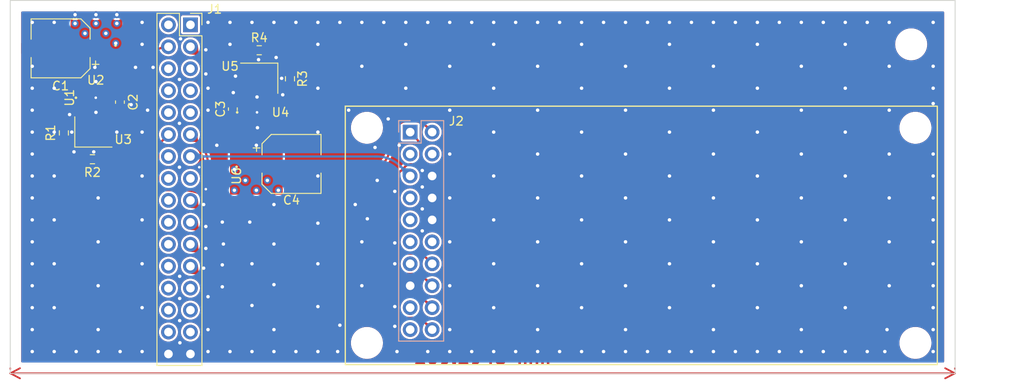
<source format=kicad_pcb>
(kicad_pcb (version 20211014) (generator pcbnew)
  (layers (0 "F.Cu" signal) (1 "In1.Cu" signal) (2 "In2.Cu" power) (31 "B.Cu" power) (34 "B.Paste" user) (35 "F.Paste" user) (36 "B.SilkS" user "B.Silkscreen") (37 "F.SilkS" user "F.Silkscreen") (38 "B.Mask" user) (39 "F.Mask" user) (44 "Edge.Cuts" user))
  (net 0 "")
  (net 1 "Net-(C1-Pad1)")
  (net 2 "GND")
  (net 3 "Net-(C2-Pad1)")
  (net 4 "Net-(C3-Pad1)")
  (net 5 "Net-(J1-Pad3)")
  (net 6 "Net-(J1-Pad4)")
  (net 13 "/MUTE")
  (net 14 "/Plug")
  (net 15 "/DATA_DSD1")
  (net 18 "/PBCK_DBCK")
  (net 19 "/F0")
  (net 20 "/LRCK_DSD2")
  (net 21 "/F1")
  (net 22 "/MCLK")
  (net 23 "/F2")
  (net 24 "/DSDON")
  (net 25 "/F3")
  (net 27 "/DSD64_128")
  (net 37 "Net-(R1-Pad1)")
  (net 38 "Net-(R1-Pad2)")
  (net 39 "Net-(R3-Pad1)")
  (net 40 "Net-(R3-Pad2)")
  (footprint "C_Feed_1608:FEED_T0Y0N_TDK" (layer "F.Cu") (at 137.7442 86.614)
    (fp_text reference "U5")
    (fp_text value "YFF18AC1H103MT0Y0N")
  )
  (footprint "MEM1608:MEM-4_2P0X1P25-M" (layer "F.Cu") (at 121.391333 81.365666 -90)
    (fp_text reference "U1")
    (fp_text value "MEM1608P50R0")
  )
  (footprint "MountingHole:MountingHole_3.2mm_M3_DIN965" (layer "F.Cu") (at 213.85 113.3)
    (fp_text reference "REF**")
    (fp_text value "MountingHole_3.2mm_M3_DIN965")
  )
  (footprint "Oscillator:Oscillator_SMD_SeikoEpson_SG210-4Pin_2.5x2.0mm_HandSoldering" (layer "F.Cu") (at 118.8305 88.88025)
    (fp_text reference "U3")
    (fp_text value "KC2520Z")
  )
  (footprint "Connector_PinSocket_2.54mm:PinSocket_2x16_P2.54mm_Vertical" (layer "F.Cu") (at 130.048 76.482)
    (fp_text reference "J1")
    (fp_text value "Conn_02x16_Odd_Even")
  )
  (footprint "MountingHole:MountingHole_3.2mm_M3_DIN965" (layer "F.Cu") (at 213.36 78.74)
    (fp_text reference "REF**")
    (fp_text value "MountingHole_3.2mm_M3_DIN965")
  )
  (footprint "Resistor_SMD:R_0603_1608Metric_Pad0.98x0.95mm_HandSolder" (layer "F.Cu") (at 141.5542 82.727668 90)
    (fp_text reference "R3")
    (fp_text value "R_Small")
  )
  (footprint "MountingHole:MountingHole_3.2mm_M3_DIN965" (layer "F.Cu") (at 213.85 88.4)
    (fp_text reference "REF**")
    (fp_text value "MountingHole_3.2mm_M3_DIN965")
  )
  (footprint "Capacitor_SMD:C_0603_1608Metric_Pad1.08x0.95mm_HandSolder" (layer "F.Cu") (at 121.899333 85.429666 -90)
    (fp_text reference "C2")
    (fp_text value "C_Small")
  )
  (footprint "Resistor_SMD:R_0603_1608Metric_Pad0.98x0.95mm_HandSolder" (layer "F.Cu") (at 137.9982 79.425668 180)
    (fp_text reference "R4")
    (fp_text value "R_Small")
  )
  (footprint "Capacitor_SMD:CP_Elec_6.3x5.9" (layer "F.Cu") (at 141.732 92.583)
    (fp_text reference "C4")
    (fp_text value "C_Polarized_Small")
  )
  (footprint "MountingHole:MountingHole_3.2mm_M3_DIN965" (layer "F.Cu") (at 150.45 88.4)
    (fp_text reference "REF**")
    (fp_text value "MountingHole_3.2mm_M3_DIN965")
  )
  (footprint "Oscillator:Oscillator_SMD_SeikoEpson_SG210-4Pin_2.5x2.0mm_HandSoldering" (layer "F.Cu") (at 137.9982 82.665667 180)
    (fp_text reference "U4")
    (fp_text value "KC2520Z")
  )
  (footprint "MEM1608:MEM-4_2P0X1P25-M" (layer "F.Cu") (at 135.382 90.424 90)
    (fp_text reference "U6")
    (fp_text value "MEM1608P50R0")
  )
  (footprint "Capacitor_SMD:C_0603_1608Metric_Pad1.08x0.95mm_HandSolder" (layer "F.Cu") (at 134.9502 86.233 90)
    (fp_text reference "C3")
    (fp_text value "C_Small")
  )
  (footprint "MountingHole:MountingHole_3.2mm_M3_DIN965" (layer "F.Cu") (at 150.45 113.3)
    (fp_text reference "REF**")
    (fp_text value "MountingHole_3.2mm_M3_DIN965")
  )
  (footprint "Resistor_SMD:R_0603_1608Metric_Pad0.98x0.95mm_HandSolder" (layer "F.Cu") (at 115.4195 88.99325 -90)
    (fp_text reference "R1")
    (fp_text value "R_Small")
  )
  (footprint "Resistor_SMD:R_0603_1608Metric_Pad0.98x0.95mm_HandSolder" (layer "F.Cu") (at 118.7215 92.04125)
    (fp_text reference "R2")
    (fp_text value "R_Small")
  )
  (footprint "C_Feed_1608:FEED_T0Y0N_TDK" (layer "F.Cu") (at 119.105333 84.921666)
    (fp_text reference "U2")
    (fp_text value "YFF18AC1H103MT0Y0N")
  )
  (footprint "Capacitor_SMD:CP_Elec_6.3x5.9" (layer "F.Cu") (at 115.041333 79.206666 180)
    (fp_text reference "C1")
    (fp_text value "C_Polarized_Small")
  )
  (footprint "Connector_PinSocket_2.54mm:PinSocket_2x10_P2.54mm_Vertical" (layer "B.Cu") (at 155.448 88.9 180)
    (fp_text reference "J2")
    (fp_text value "Conn_02x10_Top_Bottom")
  )
  (gr_rect (start 147.948 85.9) (end 216.378 115.81) (layer "F.SilkS") (width 0.15) (fill none))
  (gr_rect (start 109.22 73.66) (end 218.44 116.84) (layer "Edge.Cuts") (width 0.1) (fill none))
  (dimension (type aligned) (layer "F.Cu") (pts (xy 109.22 116.8146) (xy 218.4146 116.8146)) (height 0) (gr_text "109.1946 mm" (at 163.8173 115.0146) (layer "F.Cu") (effects (font (size 1.5 1.5) (thickness 0.3)))) (format (units 3) (units_format 1) (precision 4)) (style (thickness 0.2) (arrow_length 1.27) (text_position_mode 0) (extension_height 0.58642) (extension_offset 0.5) keep_text_aligned))
  (via (at 135.128 93.218) (size 0.8) (drill 0.4) (layers "F.Cu" "B.Cu") (net 1))
  (via (at 121.539 76.327) (size 0.8) (drill 0.4) (layers "F.Cu" "B.Cu") (net 1))
  (via (at 136.398 94.488) (size 0.8) (drill 0.4) (layers "F.Cu" "B.Cu") (net 1))
  (via (at 135.128 95.631) (size 0.8) (drill 0.4) (layers "F.Cu" "B.Cu") (net 1))
  (via (at 140.208 95.631) (size 0.8) (drill 0.4) (layers "F.Cu" "B.Cu") (net 1))
  (via (at 137.668 95.631) (size 0.8) (drill 0.4) (layers "F.Cu" "B.Cu") (net 1))
  (via (at 138.938 94.488) (size 0.8) (drill 0.4) (layers "F.Cu" "B.Cu") (net 1))
  (via (at 116.713 76.327) (size 0.8) (drill 0.4) (layers "F.Cu" "B.Cu") (net 1))
  (via (at 120.269 77.47) (size 0.8) (drill 0.4) (layers "F.Cu" "B.Cu") (net 1))
  (via (at 117.856 77.47) (size 0.8) (drill 0.4) (layers "F.Cu" "B.Cu") (net 1))
  (via (at 121.412 78.613) (size 0.8) (drill 0.4) (layers "F.Cu" "B.Cu") (net 1))
  (via (at 119.126 76.327) (size 0.8) (drill 0.4) (layers "F.Cu" "B.Cu") (net 1))
  (segment (start 136.8732 81.790667) (end 137.0232 81.790667) (width 0.25) (layer "F.Cu") (net 2))
  (segment (start 118.8212 88.77095) (end 118.8212 86.9188) (width 0.25) (layer "F.Cu") (net 2))
  (segment (start 118.8212 86.9188) (end 119.126 86.614) (width 0.25) (layer "F.Cu") (net 2))
  (segment (start 119.9555 89.75525) (end 119.8055 89.75525) (width 0.25) (layer "F.Cu") (net 2))
  (segment (start 137.9982 84.582) (end 137.7442 84.836) (width 0.25) (layer "F.Cu") (net 2))
  (segment (start 119.8055 89.75525) (end 118.8212 88.77095) (width 0.25) (layer "F.Cu") (net 2))
  (segment (start 137.9982 82.765667) (end 137.9982 84.582) (width 0.25) (layer "F.Cu") (net 2))
  (segment (start 137.0232 81.790667) (end 137.9982 82.765667) (width 0.25) (layer "F.Cu") (net 2))
  (via (at 182.88 76.2) (size 0.8) (drill 0.4) (layers "F.Cu" "B.Cu") (net 2))
  (via (at 170.18 86.36) (size 0.8) (drill 0.4) (layers "F.Cu" "B.Cu") (net 2))
  (via (at 119.38 96.52) (size 0.8) (drill 0.4) (layers "F.Cu" "B.Cu") (net 2))
  (via (at 177.8 76.2) (size 0.8) (drill 0.4) (layers "F.Cu" "B.Cu") (net 2))
  (via (at 131.826 79.375) (size 0.8) (drill 0.4) (layers "F.Cu" "B.Cu") (net 2))
  (via (at 215.9 83.82) (size 0.8) (drill 0.4) (layers "F.Cu" "B.Cu") (net 2))
  (via (at 215.9 96.52) (size 0.8) (drill 0.4) (layers "F.Cu" "B.Cu") (net 2))
  (via (at 121.539 75.311) (size 0.8) (drill 0.4) (layers "F.Cu" "B.Cu") (net 2))
  (via (at 137.922 80.518) (size 0.8) (drill 0.4) (layers "F.Cu" "B.Cu") (net 2))
  (via (at 135.255 82.423) (size 0.8) (drill 0.4) (layers "F.Cu" "B.Cu") (net 2))
  (via (at 111.76 88.9) (size 0.8) (drill 0.4) (layers "F.Cu" "B.Cu") (net 2))
  (via (at 180.34 101.6) (size 0.8) (drill 0.4) (layers "F.Cu" "B.Cu") (net 2))
  (via (at 175.26 76.2) (size 0.8) (drill 0.4) (layers "F.Cu" "B.Cu") (net 2))
  (via (at 160.02 81.28) (size 0.8) (drill 0.4) (layers "F.Cu" "B.Cu") (net 2))
  (via (at 185.42 93.98) (size 0.8) (drill 0.4) (layers "F.Cu" "B.Cu") (net 2))
  (via (at 137.16 104.14) (size 0.8) (drill 0.4) (layers "F.Cu" "B.Cu") (net 2))
  (via (at 124.46 109.22) (size 0.8) (drill 0.4) (layers "F.Cu" "B.Cu") (net 2))
  (via (at 116.078 86.868) (size 0.8) (drill 0.4) (layers "F.Cu" "B.Cu") (net 2))
  (via (at 175.26 109.22) (size 0.8) (drill 0.4) (layers "F.Cu" "B.Cu") (net 2))
  (via (at 111.76 104.14) (size 0.8) (drill 0.4) (layers "F.Cu" "B.Cu") (net 2))
  (via (at 205.74 76.2) (size 0.8) (drill 0.4) (layers "F.Cu" "B.Cu") (net 2))
  (via (at 170.18 106.68) (size 0.8) (drill 0.4) (layers "F.Cu" "B.Cu") (net 2))
  (via (at 153.67 111.379) (size 0.8) (drill 0.4) (layers "F.Cu" "B.Cu") (net 2))
  (via (at 200.66 96.52) (size 0.8) (drill 0.4) (layers "F.Cu" "B.Cu") (net 2))
  (via (at 215.9 106.68) (size 0.8) (drill 0.4) (layers "F.Cu" "B.Cu") (net 2))
  (via (at 190.5 96.52) (size 0.8) (drill 0.4) (layers "F.Cu" "B.Cu") (net 2))
  (via (at 175.26 93.98) (size 0.8) (drill 0.4) (layers "F.Cu" "B.Cu") (net 2))
  (via (at 144.78 88.9) (size 0.8) (drill 0.4) (layers "F.Cu" "B.Cu") (net 2))
  (via (at 160.02 114.3) (size 0.8) (drill 0.4) (layers "F.Cu" "B.Cu") (net 2))
  (via (at 215.9 111.76) (size 0.8) (drill 0.4) (layers "F.Cu" "B.Cu") (net 2))
  (via (at 167.64 114.3) (size 0.8) (drill 0.4) (layers "F.Cu" "B.Cu") (net 2))
  (via (at 205.74 88.9) (size 0.8) (drill 0.4) (layers "F.Cu" "B.Cu") (net 2))
  (via (at 142.24 114.3) (size 0.8) (drill 0.4) (layers "F.Cu" "B.Cu") (net 2))
  (via (at 190.5 76.2) (size 0.8) (drill 0.4) (layers "F.Cu" "B.Cu") (net 2))
  (via (at 157.48 114.3) (size 0.8) (drill 0.4) (layers "F.Cu" "B.Cu") (net 2))
  (via (at 137.668 90.424) (size 0.8) (drill 0.4) (layers "F.Cu" "B.Cu") (net 2))
  (via (at 190.5 81.28) (size 0.8) (drill 0.4) (layers "F.Cu" "B.Cu") (net 2))
  (via (at 170.18 114.3) (size 0.8) (drill 0.4) (layers "F.Cu" "B.Cu") (net 2))
  (via (at 215.9 76.2) (size 0.8) (drill 0.4) (layers "F.Cu" "B.Cu") (net 2))
  (via (at 185.42 83.82) (size 0.8) (drill 0.4) (layers "F.Cu" "B.Cu") (net 2))
  (via (at 190.5 86.36) (size 0.8) (drill 0.4) (layers "F.Cu" "B.Cu") (net 2))
  (via (at 131.064 92.964) (size 0.5) (drill 0.3) (layers "F.Cu" "B.Cu") (net 2))
  (via (at 137.16 108.966) (size 0.8) (drill 0.4) (layers "F.Cu" "B.Cu") (net 2))
  (via (at 190.5 114.3) (size 0.8) (drill 0.4) (layers "F.Cu" "B.Cu") (net 2))
  (via (at 185.42 76.2) (size 0.8) (drill 0.4) (layers "F.Cu" "B.Cu") (net 2))
  (via (at 128.905 78.105) (size 0.8) (drill 0.4) (layers "F.Cu" "B.Cu") (net 2))
  (via (at 215.9 109.22) (size 0.8) (drill 0.4) (layers "F.Cu" "B.Cu") (net 2))
  (via (at 133.731 106.807) (size 0.8) (drill 0.4) (layers "F.Cu" "B.Cu") (net 2))
  (via (at 124.46 78.74) (size 0.8) (drill 0.4) (layers "F.Cu" "B.Cu") (net 2))
  (via (at 140.589 82.677) (size 0.8) (drill 0.4) (layers "F.Cu" "B.Cu") (net 2))
  (via (at 180.34 106.68) (size 0.8) (drill 0.4) (layers "F.Cu" "B.Cu") (net 2))
  (via (at 140.716 84.582) (size 0.8) (drill 0.4) (layers "F.Cu" "B.Cu") (net 2))
  (via (at 215.9 85.598) (size 0.8) (drill 0.4) (layers "F.Cu" "B.Cu") (net 2))
  (via (at 185.42 88.9) (size 0.8) (drill 0.4) (layers "F.Cu" "B.Cu") (net 2))
  (via (at 133.731 99.314) (size 0.8) (drill 0.4) (layers "F.Cu" "B.Cu") (net 2))
  (via (at 175.26 99.06) (size 0.8) (drill 0.4) (layers "F.Cu" "B.Cu") (net 2))
  (via (at 195.58 76.2) (size 0.8) (drill 0.4) (layers "F.Cu" "B.Cu") (net 2))
  (via (at 111.76 109.22) (size 0.8) (drill 0.4) (layers "F.Cu" "B.Cu") (net 2))
  (via (at 137.16 114.3) (size 0.8) (drill 0.4) (layers "F.Cu" "B.Cu") (net 2))
  (via (at 157.48 76.2) (size 0.8) (drill 0.4) (layers "F.Cu" "B.Cu") (net 2))
  (via (at 139.7 111.76) (size 0.8) (drill 0.4) (layers "F.Cu" "B.Cu") (net 2))
  (via (at 175.26 104.14) (size 0.8) (drill 0.4) (layers "F.Cu" "B.Cu") (net 2))
  (via (at 198.12 76.2) (size 0.8) (drill 0.4) (layers "F.Cu" "B.Cu") (net 2))
  (via (at 119.38 114.3) (size 0.8) (drill 0.4) (layers "F.Cu" "B.Cu") (net 2))
  (via (at 195.58 78.74) (size 0.8) (drill 0.4) (layers "F.Cu" "B.Cu") (net 2))
  (via (at 124.46 99.06) (size 0.8) (drill 0.4) (layers "F.Cu" "B.Cu") (net 2))
  (via (at 114.3 114.3) (size 0.8) (drill 0.4) (layers "F.Cu" "B.Cu") (net 2))
  (via (at 195.58 104.14) (size 0.8) (drill 0.4) (layers "F.Cu" "B.Cu") (net 2))
  (via (at 111.76 93.98) (size 0.8) (drill 0.4) (layers "F.Cu" "B.Cu") (net 2))
  (via (at 215.9 93.98) (size 0.8) (drill 0.4) (layers "F.Cu" "B.Cu") (net 2))
  (via (at 170.18 101.6) (size 0.8) (drill 0.4) (layers "F.Cu" "B.Cu") (net 2))
  (via (at 210.82 81.28) (size 0.8) (drill 0.4) (layers "F.Cu" "B.Cu") (net 2))
  (via (at 210.82 91.44) (size 0.8) (drill 0.4) (layers "F.Cu" "B.Cu") (net 2))
  (via (at 144.78 109.093) (size 0.8) (drill 0.4) (layers "F.Cu" "B.Cu") (net 2))
  (via (at 165.1 104.14) (size 0.8) (drill 0.4) (layers "F.Cu" "B.Cu") (net 2))
  (via (at 165.1 78.74) (size 0.8) (drill 0.4) (layers "F.Cu" "B.Cu") (net 2))
  (via (at 185.42 104.14) (size 0.8) (drill 0.4) (layers "F.Cu" "B.Cu") (net 2))
  (via (at 144.78 83.82) (size 0.8) (drill 0.4) (layers "F.Cu" "B.Cu") (net 2))
  (via (at 195.58 93.98) (size 0.8) (drill 0.4) (layers "F.Cu" "B.Cu") (net 2))
  (via (at 154.94 83.82) (size 0.8) (drill 0.4) (layers "F.Cu" "B.Cu") (net 2))
  (via (at 111.76 101.6) (size 0.8) (drill 0.4) (layers "F.Cu" "B.Cu") (net 2))
  (via (at 124.46 104.14) (size 0.8) (drill 0.4) (layers "F.Cu" "B.Cu") (net 2))
  (via (at 144.78 114.3) (size 0.8) (drill 0.4) (layers "F.Cu" "B.Cu") (net 2))
  (via (at 215.9 104.14) (size 0.8) (drill 0.4) (layers "F.Cu" "B.Cu") (net 2))
  (via (at 114.3 83.82) (size 0.8) (drill 0.4) (layers "F.Cu" "B.Cu") (net 2))
  (via (at 132.08 76.2) (size 0.8) (drill 0.4) (layers "F.Cu" "B.Cu") (net 2))
  (via (at 149.86 76.2) (size 0.8) (drill 0.4) (layers "F.Cu" "B.Cu") (net 2))
  (via (at 119.105333 84.921666) (size 0.5) (drill 0.3) (layers "F.Cu" "B.Cu") (net 2))
  (via (at 111.76 114.3) (size 0.8) (drill 0.4) (layers "F.Cu" "B.Cu") (net 2))
  (via (at 139.7 76.2) (size 0.8) (drill 0.4) (layers "F.Cu" "B.Cu") (net 2))
  (via (at 165.1 88.9) (size 0.8) (drill 0.4) (layers "F.Cu" "B.Cu") (net 2))
  (via (at 111.76 76.2) (size 0.8) (drill 0.4) (layers "F.Cu" "B.Cu") (net 2))
  (via (at 132.08 86.36) (size 0.8) (drill 0.4) (layers "F.Cu" "B.Cu") (net 2))
  (via (at 137.7442 84.836) (size 0.8) (drill 0.4) (layers "F.Cu" "B.Cu") (net 2))
  (via (at 215.9 99.06) (size 0.8) (drill 0.4) (layers "F.Cu" "B.Cu") (net 2))
  (via (at 124.46 93.98) (size 0.8) (drill 0.4) (layers "F.Cu" "B.Cu") (net 2))
  (via (at 156.845 100.33) (size 0.8) (drill 0.4) (layers "F.Cu" "B.Cu") (net 2))
  (via (at 111.76 83.82) (size 0.8) (drill 0.4) (layers "F.Cu" "B.Cu") (net 2))
  (via (at 160.02 76.2) (size 0.8) (drill 0.4) (layers "F.Cu" "B.Cu") (net 2))
  (via (at 208.28 76.2) (size 0.8) (drill 0.4) (layers "F.Cu" "B.Cu") (net 2))
  (via (at 128.778 87.884) (size 0.8) (drill 0.4) (layers "F.Cu" "B.Cu") (net 2))
  (via (at 195.58 99.06) (size 0.8) (drill 0.4) (layers "F.Cu" "B.Cu") (net 2))
  (via (at 148.336 86.36) (size 0.8) (drill 0.4) (layers "F.Cu" "B.Cu") (net 2))
  (via (at 170.18 96.52) (size 0.8) (drill 0.4) (layers "F.Cu" "B.Cu") (net 2))
  (via (at 121.92 114.3) (size 0.8) (drill 0.4) (layers "F.Cu" "B.Cu") (net 2))
  (via (at 118.872 91.186) (size 0.8) (drill 0.4) (layers "F.Cu" "B.Cu") (net 2))
  (via (at 111.76 99.06) (size 0.8) (drill 0.4) (layers "F.Cu" "B.Cu") (net 2))
  (via (at 144.78 99.441) (size 0.8) (drill 0.4) (layers "F.Cu" "B.Cu") (net 2))
  (via (at 177.8 114.3) (size 0.8) (drill 0.4) (layers "F.Cu" "B.Cu") (net 2))
  (via (at 215.9 91.44) (size 0.8) (drill 0.4) (layers "F.Cu" "B.Cu") (net 2))
  (via (at 137.795 88.392) (size 0.8) (drill 0.4) (layers "F.Cu" "B.Cu") (net 2))
  (via (at 128.8034 110.7186) (size 0.8) (drill 0.4) (layers "F.Cu" "B.Cu") (net 2))
  (via (at 208.28 114.3) (size 0.8) (drill 0.4) (layers "F.Cu" "B.Cu") (net 2))
  (via (at 165.1 99.06) (size 0.8) (drill 0.4) (layers "F.Cu" "B.Cu") (net 2))
  (via (at 200.66 101.6) (size 0.8) (drill 0.4) (layers "F.Cu" "B.Cu") (net 2))
  (via (at 203.2 114.3) (size 0.8) (drill 0.4) (layers "F.Cu" "B.Cu") (net 2))
  (via (at 149.86 101.6) (size 0.8) (drill 0.4) (layers "F.Cu" "B.Cu") (net 2))
  (via (at 150.495 98.933) (size 0.8) (drill 0.4) (layers "F.Cu" "B.Cu") (net 2))
  (via (at 153.67 109.093) (size 0.8) (drill 0.4) (layers "F.Cu" "B.Cu") (net 2))
  (via (at 128.8288 113.284) (size 0.8) (drill 0.4) (layers "F.Cu" "B.Cu") (net 2))
  (via (at 175.26 88.9) (size 0.8) (drill 0.4) (layers "F.Cu" "B.Cu") (net 2))
  (via (at 205.74 114.3) (size 0.8) (drill 0.4) (layers "F.Cu" "B.Cu") (net 2))
  (via (at 131.826 82.169) (size 0.8) (drill 0.4) (layers "F.Cu" "B.Cu") (net 2))
  (via (at 134.62 76.2) (size 0.8) (drill 0.4) (layers "F.Cu" "B.Cu") (net 2))
  (via (at 182.88 114.3) (size 0.8) (drill 0.4) (layers "F.Cu" "B.Cu") (net 2))
  (via (at 200.66 111.76) (size 0.8) (drill 0.4) (layers "F.Cu" "B.Cu") (net 2))
  (via (at 114.3 99.06) (size 0.8) (drill 0.4) (layers "F.Cu" "B.Cu") (net 2))
  (via (at 175.26 83.82) (size 0.8) (drill 0.4) (layers "F.Cu" "B.Cu") (net 2))
  (via (at 210.82 96.52) (size 0.8) (drill 0.4) (layers "F.Cu" "B.Cu") (net 2))
  (via (at 125.73 81.407) (size 0.8) (drill 0.4) (layers "F.Cu" "B.Cu") (net 2))
  (via (at 180.34 111.76) (size 0.8) (drill 0.4) (layers "F.Cu" "B.Cu") (net 2))
  (via (at 147.066 114.3) (size 0.8) (drill 0.4) (layers "F.Cu" "B.Cu") (net 2))
  (via (at 180.34 76.2) (size 0.8) (drill 0.4) (layers "F.Cu" "B.Cu") (net 2))
  (via (at 139.7 101.854) (size 0.8) (drill 0.4) (layers "F.Cu" "B.Cu") (net 2))
  (via (at 111.76 96.52) (size 0.8) (drill 0.4) (layers "F.Cu" "B.Cu") (net 2))
  (via (at 165.1 109.22) (size 0.8) (drill 0.4) (layers "F.Cu" "B.Cu") (net 2))
  (via (at 131.826 95.504) (size 0.5) (drill 0.3) (layers "F.Cu" "B.Cu") (net 2))
  (via (at 156.845 95.25) (size 0.8) (drill 0.4) (layers "F.Cu" "B.Cu") (net 2))
  (via (at 118.999 81.407) (size 0.8) (drill 0.4) (layers "F.Cu" "B.Cu") (net 2))
  (via (at 195.58 83.82) (size 0.8) (drill 0.4) (layers "F.Cu" "B.Cu") (net 2))
  (via (at 198.12 114.3) (size 0.8) (drill 0.4) (layers "F.Cu" "B.Cu") (net 2))
  (via (at 210.82 106.68) (size 0.8) (drill 0.4) (layers "F.Cu" "B.Cu") (net 2))
  (via (at 149.098 97.282) (size 0.8) (drill 0.4) (layers "F.Cu" "B.Cu") (net 2))
  (via (at 200.66 81.28) (size 0.8) (drill 0.4) (layers "F.Cu" "B.Cu") (net 2))
  (via (at 111.76 81.28) (size 0.8) (drill 0.4) (layers "F.Cu" "B.Cu") (net 2))
  (via (at 154.178 90.424) (size 0.8) (drill 0.4) (layers "F.Cu" "B.Cu") (net 2))
  (via (at 144.78 78.74) (size 0.8) (drill 0.4) (layers "F.Cu" "B.Cu") (net 2))
  (via (at 119.126 75.311) (size 0.8) (drill 0.4) (layers "F.Cu" "B.Cu") (net 2))
  (via (at 147.32 111.252) (size 0.8) (drill 0.4) (layers "F.Cu" "B.Cu") (net 2))
  (via (at 133.731 104.267) (size 0.8) (drill 0.4) (layers "F.Cu" "B.Cu") (net 2))
  (via (at 149.86 81.28) (size 0.8) (drill 0.4) (layers "F.Cu" "B.Cu") (net 2))
  (via (at 111.76 106.68) (size 0.8) (drill 0.4) (layers "F.Cu" "B.Cu") (net 2))
  (via (at 114.3 109.22) (size 0.8) (drill 0.4) (layers "F.Cu" "B.Cu") (net 2))
  (via (at 190.5 101.6) (size 0.8) (drill 0.4) (layers "F.Cu" "B.Cu") (net 2))
  (via (at 152.908 87.376) (size 0.8) (drill 0.4) (layers "F.Cu" "B.Cu") (net 2))
  (via (at 187.96 114.3) (size 0.8) (drill 0.4) (layers "F.Cu" "B.Cu") (net 2))
  (via (at 205.74 104.14) (size 0.8) (drill 0.4) (layers "F.Cu" "B.Cu") (net 2))
  (via (at 131.826 102.362) (size 0.8) (drill 0.4) (layers "F.Cu" "B.Cu") (net 2))
  (via (at 139.7 97.282) (size 0.8) (drill 0.4) (layers "F.Cu" "B.Cu") (net 2))
  (via (at 119.126 86.614) (size 0.8) (drill 0.4) (layers "F.Cu" "B.Cu") (net 2))
  (via (at 205.74 83.82) (size 0.8) (drill 0.4) (layers "F.Cu" "B.Cu") (net 2))
  (via (at 160.02 106.68) (size 0.8) (drill 0.4) (layers "F.Cu" "B.Cu") (net 2))
  (via (at 136.906 99.314) (size 0.8) (drill 0.4) (layers "F.Cu" "B.Cu") (net 2))
  (via (at 185.42 99.06) (size 0.8) (drill 0.4) (layers "F.Cu" "B.Cu") (net 2))
  (via (at 125.095 86.36) (size 0.8) (drill 0.4) (layers "F.Cu" "B.Cu") (net 2))
  (via (at 135.001 84.328) (size 0.8) (drill 0.4) (layers "F.Cu" "B.Cu") (net 2))
  (via (at 200.66 106.68) (size 0.8) (drill 0.4) (layers "F.Cu" "B.Cu") (net 2))
  (via (at 133.858 101.854) (size 0.8) (drill 0.4) (layers "F.Cu" "B.Cu") (net 2))
  (via (at 154.94 76.2) (size 0.8) (drill 0.4) (layers "F.Cu" "B.Cu") (net 2))
  (via (at 165.1 93.98) (size 0.8) (drill 0.4) (layers "F.Cu" "B.Cu") (net 2))
  (via (at 153.67 95.758) (size 0.8) (drill 0.4) (layers "F.Cu" "B.Cu") (net 2))
  (via (at 132.08 111.76) (size 0.8) (drill 0.4) (layers "F.Cu" "B.Cu") (net 2))
  (via (at 139.7 106.553) (size 0.8) (drill 0.4) (layers "F.Cu" "B.Cu") (net 2))
  (via (at 128.8034 108.1532) (size 0.8) (drill 0.4) (layers "F.Cu" "B.Cu") (net 2))
  (via (at 147.32 76.2) (size 0.8) (drill 0.4) (layers "F.Cu" "B.Cu") (net 2))
  (via (at 119.38 111.76) (size 0.8) (drill 0.4) (layers "F.Cu" "B.Cu") (net 2))
  (via (at 131.826 99.822) (size 0.8) (drill 0.4) (layers "F.Cu" "B.Cu") (net 2))
  (via (at 190.5 106.68) (size 0.8) (drill 0.4) (layers "F.Cu" "B.Cu") (net 2))
  (via (at 205.74 78.74) (size 0.8) (drill 0.4) (layers "F.Cu" "B.Cu") (net 2))
  (via (at 172.72 114.3) (size 0.8) (drill 0.4) (layers "F.Cu" "B.Cu") (net 2))
  (via (at 210.82 86.36) (size 0.8) (drill 0.4) (layers "F.Cu" "B.Cu") (net 2))
  (via (at 116.332 88.9) (size 0.8) (drill 0.4) (layers "F.Cu" "B.Cu") (net 2))
  (via (at 200.66 86.36) (size 0.8) (drill 0.4) (layers "F.Cu" "B.Cu") (net 2))
  (via (at 170.18 91.44) (size 0.8) (drill 0.4) (layers "F.Cu" "B.Cu") (net 2))
  (via (at 132.08 83.82) (size 0.8) (drill 0.4) (layers "F.Cu" "B.Cu") (net 2))
  (via (at 116.713 75.311) (size 0.8) (drill 0.4) (layers "F.Cu" "B.Cu") (net 2))
  (via (at 119.38 106.68) (size 0.8) (drill 0.4) (layers "F.Cu" "B.Cu") (net 2))
  (via (at 119.38 101.6) (size 0.8) (drill 0.4) (layers "F.Cu" "B.Cu") (net 2))
  (via (at 124.46 114.3) (size 0.8) (drill 0.4) (layers "F.Cu" "B.Cu") (net 2))
  (via (at 167.64 76.2) (size 0.8) (drill 0.4) (layers "F.Cu" "B.Cu") (net 2))
  (via (at 151.384 90.678) (size 0.8) (drill 0.4) (layers "F.Cu" "B.Cu") (net 2))
  (via (at 152.4 76.2) (size 0.8) (drill 0.4) (layers "F.Cu" "B.Cu") (net 2))
  (via (at 203.2 76.2) (size 0.8) (drill 0.4) (layers "F.Cu" "B.Cu") (net 2))
  (via (at 210.82 101.6) (size 0.8) (drill 0.4) (layers "F.Cu" "B.Cu") (net 2))
  (via (at 210.312 114.3) (size 0.8) (drill 0.4) (layers "F.Cu" "B.Cu") (net 2))
  (via (at 200.66 114.3) (size 0.8) (drill 0.4) (layers "F.Cu" "B.Cu") (net 2))
  (via (at 193.04 76.2) (size 0.8) (drill 0.4) (layers "F.Cu" "B.Cu") (net 2))
  (via (at 205.74 109.22) (size 0.8) (drill 0.4) (layers "F.Cu" "B.Cu") (net 2))
  (via (at 151.638 94.488) (size 0.8) (drill 0.4) (layers "F.Cu" "B.Cu") (net 2))
  (via (at 165.1 83.82) (size 0.8) (drill 0.4) (layers "F.Cu" "B.Cu") (net 2))
  (via (at 162.56 76.2) (size 0.8) (drill 0.4) (layers "F.Cu" "B.Cu") (net 2))
  (via (at 200.66 76.2) (size 0.8) (drill 0.4) (layers "F.Cu" "B.Cu") (net 2))
  (via (at 144.78 93.98) (size 0.8) (drill 0.4) (layers "F.Cu" "B.Cu") (net 2))
  (via (at 156.845 97.79) (size 0.8) (drill 0.4) (layers "F.Cu" "B.Cu") (net 2))
  (via (at 195.58 88.9) (size 0.8) (drill 0.4) (layers "F.Cu" "B.Cu") (net 2))
  (via (at 160.02 96.52) (size 0.8) (drill 0.4) (layers "F.Cu" "B.Cu") (net 2))
  (via (at 185.42 114.3) (size 0.8) (drill 0.4) (layers "F.Cu" "B.Cu") (net 2))
  (via (at 185.42 109.22) (size 0.8) (drill 0.4) (layers "F.Cu" "B.Cu") (net 2))
  (via (at 195.58 114.3) (size 0.8) (drill 0.4) (layers "F.Cu" "B.Cu") (net 2))
  (via (at 134.62 114.3) (size 0.8) (drill 0.4) (layers "F.Cu" "B.Cu") (net 2))
  (via (at 154.94 78.74) (size 0.8) (drill 0.4) (layers "F.Cu" "B.Cu") (net 2))
  (via (at 185.42 78.74) (size 0.8) (drill 0.4) (layers "F.Cu" "B.Cu") (net 2))
  (via (at 149.86 106.68) (size 0.8) (drill 0.4) (layers "F.Cu" "B.Cu") (net 2))
  (via (at 137.7442 86.614) (size 0.5) (drill 0.3) (layers "F.Cu" "B.Cu") (net 2))
  (via (at 114.3 93.98) (size 0.8) (drill 0.4) (layers "F.Cu" "B.Cu") (net 2))
  (via (at 160.02 111.76) (size 0.8) (drill 0.4) (layers "F.Cu" "B.Cu") (net 2))
  (via (at 111.76 111.76) (size 0.8) (drill 0.4) (layers "F.Cu" "B.Cu") (net 2))
  (via (at 170.18 111.76) (size 0.8) (drill 0.4) (layers "F.Cu" "B.Cu") (net 2))
  (via (at 114.3 104.14) (size 0.8) (drill 0.4) (layers "F.Cu" "B.Cu") (net 2))
  (via (at 162.56 114.3) (size 0.8) (drill 0.4) (layers "F.Cu" "B.Cu") (net 2))
  (via (at 215.9 114.3) (size 0.8) (drill 0.4) (layers "F.Cu" "B.Cu") (net 2))
  (via (at 190.5 91.44) (size 0.8) (drill 0.4) (layers "F.Cu" "B.Cu") (net 2))
  (via (at 165.1 76.2) (size 0.8) (drill 0.4) (layers "F.Cu" "B.Cu") (net 2))
  (via (at 170.18 81.28) (size 0.8) (drill 0.4) (layers "F.Cu" "B.Cu") (net 2))
  (via (at 114.3 76.2) (size 0.8) (drill 0.4) (layers "F.Cu" "B.Cu") (net 2))
  (via (at 215.9 101.6) (size 0.8) (drill 0.4) (layers "F.Cu" "B.Cu") (net 2))
  (via (at 160.02 101.6) (size 0.8) (drill 0.4) (layers "F.Cu" "B.Cu") (net 2))
  (via (at 144.78 76.2) (size 0.8) (drill 0.4) (layers "F.Cu" "B.Cu") (net 2))
  (via (at 132.08 107.95) (size 0.8) (drill 0.4) (layers "F.Cu" "B.Cu") (net 2))
  (via (at 190.5 111.76) (size 0.8) (drill 0.4) (layers "F.Cu" "B.Cu") (net 2))
  (via (at 128.778 92.964) (size 0.8) (drill 0.4) (layers "F.Cu" "B.Cu") (net 2))
  (via (at 180.34 86.36) (size 0.8) (drill 0.4) (layers "F.Cu" "B.Cu") (net 2))
  (via (at 111.76 91.44) (size 0.8) (drill 0.4) (layers "F.Cu" "B.Cu") (net 2))
  (via (at 124.46 88.9) (size 0.8) (drill 0.4) (layers "F.Cu" "B.Cu") (net 2))
  (via (at 128.778 82.804) (size 0.8) (drill 0.4) (layers "F.Cu" "B.Cu") (net 2))
  (via (at 128.8034 105.5878) (size 0.8) (drill 0.4) (layers "F.Cu" "B.Cu") (net 2))
  (via (at 153.924 114.3) (size 0.8) (drill 0.4) (layers "F.Cu" "B.Cu") (net 2))
  (via (at 180.34 96.52) (size 0.8) (drill 0.4) (layers "F.Cu" "B.Cu") (net 2))
  (via (at 153.67 104.14) (size 0.8) (drill 0.4) (layers "F.Cu" "B.Cu") (net 2))
  (via (at 139.954 80.264) (size 0.8) (drill 0.4) (layers "F.Cu" "B.Cu") (net 2))
  (via (at 111.76 86.36) (size 0.8) (drill 0.4) (layers "F.Cu" "B.Cu") (net 2))
  (via (at 139.7 114.3) (size 0.8) (drill 0.4) (layers "F.Cu" "B.Cu") (net 2))
  (via (at 119.126 83.058) (size 0.8) (drill 0.4) (layers "F.Cu" "B.Cu") (net 2))
  (via (at 210.82 76.2) (size 0.8) (drill 0.4) (layers "F.Cu" "B.Cu") (net 2))
  (via (at 156.845 93.345) (size 0.8) (drill 0.4) (layers "F.Cu" "B.Cu") (net 2))
  (via (at 170.18 76.2) (size 0.8) (drill 0.4) (layers "F.Cu" "B.Cu") (net 2))
  (via (at 172.72 76.2) (size 0.8) (drill 0.4) (layers "F.Cu" "B.Cu") (net 2))
  (via (at 131.572 104.648) (size 0.8) (drill 0.4) (layers "F.Cu" "B.Cu") (net 2))
  (via (at 116.586 91.186) (size 0.8) (drill 0.4) (layers "F.Cu" "B.Cu") (net 2))
  (via (at 134.62 78.74) (size 0.8) (drill 0.4) (layers "F.Cu" "B.Cu") (net 2))
  (via (at 114.3 88.9) (size 0.8) (drill 0.4) (layers "F.Cu" "B.Cu") (net 2))
  (via (at 195.58 109.22) (size 0.8) (drill 0.4) (layers "F.Cu" "B.Cu") (net 2))
  (via (at 121.539 88.9) (size 0.8) (drill 0.4) (layers "F.Cu" "B.Cu") (net 2))
  (via (at 160.02 91.44) (size 0.8) (drill 0.4) (layers "F.Cu" "B.Cu") (net 2))
  (via (at 160.02 86.36) (size 0.8) (drill 0.4) (layers "F.Cu" "B.Cu") (net 2))
  (via (at 123.19 85.725) (size 0.8) (drill 0.4) (layers "F.Cu" "B.Cu") (net 2))
  (via (at 205.74 99.06) (size 0.8) (drill 0.4) (layers "F.Cu" "B.Cu") (net 2))
  (via (at 123.698 81.407) (size 0.8) (drill 0.4) (layers "F.Cu" "B.Cu") (net 2))
  (via (at 144.78 104.14) (size 0.8) (drill 0.4) (layers "F.Cu" "B.Cu") (net 2))
  (via (at 142.24 76.2) (size 0.8) (drill 0.4) (layers "F.Cu" "B.Cu") (net 2))
  (via (at 137.16 76.2) (size 0.8) (drill 0.4) (layers "F.Cu" "B.Cu") (net 2))
  (via (at 175.26 78.74) (size 0.8) (drill 0.4) (layers "F.Cu" "B.Cu") (net 2))
  (via (at 193.04 114.3) (size 0.8) (drill 0.4) (layers "F.Cu" "B.Cu") (net 2))
  (via (at 180.34 81.28) (size 0.8) (drill 0.4) (layers "F.Cu" "B.Cu") (net 2))
  (via (at 180.34 91.44) (size 0.8) (drill 0.4) (layers "F.Cu" "B.Cu") (net 2))
  (via (at 215.9 81.28) (size 0.8) (drill 0.4) (layers "F.Cu" "B.Cu") (net 2))
  (via (at 165.1 114.3) (size 0.8) (drill 0.4) (layers "F.Cu" "B.Cu") (net 2))
  (via (at 175.26 114.3) (size 0.8) (drill 0.4) (layers "F.Cu" "B.Cu") (net 2))
  (via (at 200.66 91.44) (size 0.8) (drill 0.4) (layers "F.Cu" "B.Cu") (net 2))
  (via (at 187.96 76.2) (size 0.8) (drill 0.4) (layers "F.Cu" "B.Cu") (net 2))
  (via (at 133.096 90.424) (size 0.8) (drill 0.4) (layers "F.Cu" "B.Cu") (net 2))
  (via (at 153.67 101.727) (size 0.8) (drill 0.4) (layers "F.Cu" "B.Cu") (net 2))
  (via (at 205.74 93.98) (size 0.8) (drill 0.4) (layers "F.Cu" "B.Cu") (net 2))
  (via (at 180.34 114.3) (size 0.8) (drill 0.4) (layers "F.Cu" "B.Cu") (net 2))
  (via (at 124.46 76.2) (size 0.8) (drill 0.4) (layers "F.Cu" "B.Cu") (net 2))
  (via (at 131.572 97.282) (size 0.8) (drill 0.4) (layers "F.Cu" "B.Cu") (net 2))
  (via (at 210.566 111.76) (size 0.8) (drill 0.4) (layers "F.Cu" "B.Cu") (net 2))
  (via (at 132.08 114.3) (size 0.8) (drill 0.4) (layers "F.Cu" "B.Cu") (net 2))
  (via (at 116.84 114.3) (size 0.8) (drill 0.4) (layers "F.Cu" "B.Cu") (net 2))
  (segment (start 133.751184 82.725184) (end 130.048 79.022) (width 0.25) (layer "F.Cu") (net 5))
  (segment (start 135.719933 83.540667) (end 136.8732 83.540667) (width 0.25) (layer "F.Cu") (net 5))
  (arc (start 135.719933 83.540667) (mid 134.654453 83.328729) (end 133.751184 82.725184) (width 0.25) (layer "F.Cu") (net 5))
  (segment (start 127.338996 79.121) (end 126.9505 79.121) (width 0.25) (layer "F.Cu") (net 6))
  (segment (start 119.9555 88.00525) (end 120.26325 88.00525) (width 0.25) (layer "F.Cu") (net 6))
  (segment (start 126.167791 79.445208) (end 125.412499 80.200499) (width 0.25) (layer "F.Cu") (net 6))
  (segment (start 120.26325 88.00525) (end 119.964986 88.00525) (width 0.25) (layer "F.Cu") (net 6))
  (segment (start 127.4585 79.0715) (end 127.508 79.022) (width 0.25) (layer "F.Cu") (net 6))
  (segment (start 124.333 82.806643) (end 124.333 84.97983) (width 0.25) (layer "F.Cu") (net 6))
  (segment (start 121.30758 88.00525) (end 120.26325 88.00525) (width 0.25) (layer "F.Cu") (net 6))
  (arc (start 125.412499 80.200499) (mid 124.613552 81.396208) (end 124.333 82.806643) (width 0.25) (layer "F.Cu") (net 6))
  (arc (start 126.167791 79.445208) (mid 126.526901 79.205258) (end 126.9505 79.121) (width 0.25) (layer "F.Cu") (net 6))
  (arc (start 121.30758 88.00525) (mid 122.465358 87.774953) (end 123.446875 87.119125) (width 0.25) (layer "F.Cu") (net 6))
  (arc (start 127.4585 79.0715) (mid 127.403671 79.108135) (end 127.338996 79.121) (width 0.25) (layer "F.Cu") (net 6))
  (arc (start 124.333 84.97983) (mid 124.102703 86.137608) (end 123.446875 87.119125) (width 0.25) (layer "F.Cu") (net 6))
  (segment (start 157.353 88.265) (end 157.988 88.9) (width 0.25) (layer "F.Cu") (net 13))
  (segment (start 154.186 88.003) (end 153.813 88.376) (width 0.25) (layer "F.Cu") (net 13))
  (segment (start 153.162 90.3605) (end 153.162 89.947653) (width 0.25) (layer "F.Cu") (net 13))
  (segment (start 148.278792 96.577207) (end 152.219073 92.636926) (width 0.25) (layer "F.Cu") (net 13))
  (segment (start 132.08 92.65084) (end 132.08 93.105) (width 0.25) (layer "F.Cu") (net 13))
  (segment (start 155.819974 87.63) (end 155.086501 87.63) (width 0.25) (layer "F.Cu") (net 13))
  (segment (start 130.048 89.182) (end 131.064 90.198) (width 0.25) (layer "F.Cu") (net 13))
  (segment (start 137.500064 98.171) (end 144.431036 98.171) (width 0.25) (layer "F.Cu") (net 13))
  (segment (start 133.417138 96.333138) (end 133.6675 96.5835) (width 0.25) (layer "F.Cu") (net 13))
  (arc (start 155.086501 87.63) (mid 154.599153 87.726939) (end 154.186 88.003) (width 0.25) (layer "F.Cu") (net 13))
  (arc (start 144.431036 98.171) (mid 146.513426 97.756786) (end 148.278792 96.577207) (width 0.25) (layer "F.Cu") (net 13))
  (arc (start 152.219073 92.636926) (mid 152.916941 91.592493) (end 153.162 90.3605) (width 0.25) (layer "F.Cu") (net 13))
  (arc (start 132.08 93.105) (mid 132.42751 94.852055) (end 133.417138 96.333138) (width 0.25) (layer "F.Cu") (net 13))
  (arc (start 153.162 89.947653) (mid 153.331189 89.09708) (end 153.813 88.376) (width 0.25) (layer "F.Cu") (net 13))
  (arc (start 133.6675 96.5835) (mid 135.425895 97.758422) (end 137.500064 98.171) (width 0.25) (layer "F.Cu") (net 13))
  (arc (start 131.064 90.198) (mid 131.81595 91.323372) (end 132.08 92.65084) (width 0.25) (layer "F.Cu") (net 13))
  (arc (start 157.353 88.265) (mid 156.649641 87.795031) (end 155.819974 87.63) (width 0.25) (layer "F.Cu") (net 13))
  (segment (start 156.0355 89.4875) (end 155.448 88.9) (width 0.25) (layer "F.Cu") (net 14))
  (segment (start 129.218181 95.6275) (end 127.248862 95.6275) (width 0.25) (layer "F.Cu") (net 14))
  (segment (start 138.651963 100.838) (end 144.674335 100.838) (width 0.25) (layer "F.Cu") (net 14))
  (segment (start 127.508 89.182) (end 126.9205 89.7695) (width 0.25) (layer "F.Cu") (net 14))
  (segment (start 132.580018 97.020018) (end 134.804207 99.244207) (width 0.25) (layer "F.Cu") (net 14))
  (segment (start 156.08014 92.615) (end 155.543 92.615) (width 0.25) (layer "F.Cu") (net 14))
  (segment (start 148.522091 99.244207) (end 154.874324 92.891974) (width 0.25) (layer "F.Cu") (net 14))
  (segment (start 156.623 92.07214) (end 156.623 90.90585) (width 0.25) (layer "F.Cu") (net 14))
  (segment (start 126.333 91.18785) (end 126.333 94.711637) (width 0.25) (layer "F.Cu") (net 14))
  (arc (start 156.623 92.07214) (mid 156.581677 92.279883) (end 156.464 92.456) (width 0.25) (layer "F.Cu") (net 14))
  (arc (start 134.804207 99.244207) (mid 136.569572 100.423786) (end 138.651963 100.838) (width 0.25) (layer "F.Cu") (net 14))
  (arc (start 126.60125 95.35925) (mid 126.898377 95.557784) (end 127.248862 95.6275) (width 0.25) (layer "F.Cu") (net 14))
  (arc (start 132.580018 97.020018) (mid 131.037594 95.989403) (end 129.218181 95.6275) (width 0.25) (layer "F.Cu") (net 14))
  (arc (start 154.874324 92.891974) (mid 155.181115 92.686983) (end 155.543 92.615) (width 0.25) (layer "F.Cu") (net 14))
  (arc (start 156.464 92.456) (mid 156.287883 92.573677) (end 156.08014 92.615) (width 0.25) (layer "F.Cu") (net 14))
  (arc (start 126.333 94.711637) (mid 126.402715 95.062122) (end 126.60125 95.35925) (width 0.25) (layer "F.Cu") (net 14))
  (arc (start 156.623 90.90585) (mid 156.470313 90.138244) (end 156.0355 89.4875) (width 0.25) (layer "F.Cu") (net 14))
  (arc (start 126.9205 89.7695) (mid 126.485686 90.420244) (end 126.333 91.18785) (width 0.25) (layer "F.Cu") (net 14))
  (arc (start 144.674335 100.838) (mid 146.756725 100.423786) (end 148.522091 99.244207) (width 0.25) (layer "F.Cu") (net 14))
  (segment (start 147.772 91.722) (end 130.048 91.722) (width 0.25) (layer "B.Cu") (net 15))
  (segment (start 151.384 91.722) (end 147.772 91.722) (width 0.25) (layer "B.Cu") (net 15))
  (segment (start 154.319 92.851) (end 155.448 93.98) (width 0.25) (layer "B.Cu") (net 15))
  (segment (start 151.593352 91.722) (end 151.384 91.722) (width 0.25) (layer "B.Cu") (net 15))
  (arc (start 154.319 92.851) (mid 153.068462 92.015417) (end 151.593352 91.722) (width 0.25) (layer "B.Cu") (net 15))
  (segment (start 134.617207 101.371207) (end 130.048 96.802) (width 0.25) (layer "F.Cu") (net 19))
  (segment (start 157.4005 103.5525) (end 157.988 104.14) (width 0.25) (layer "F.Cu") (net 19))
  (segment (start 155.982149 102.965) (end 138.464963 102.965) (width 0.25) (layer "F.Cu") (net 19))
  (arc (start 157.4005 103.5525) (mid 156.749755 103.117686) (end 155.982149 102.965) (width 0.25) (layer "F.Cu") (net 19))
  (arc (start 134.617207 101.371207) (mid 136.382572 102.550786) (end 138.464963 102.965) (width 0.25) (layer "F.Cu") (net 19))
  (segment (start 157.3055 105.9975) (end 157.988 106.68) (width 0.25) (layer "F.Cu") (net 21))
  (segment (start 155.657799 105.315) (end 138.274963 105.315) (width 0.25) (layer "F.Cu") (net 21))
  (segment (start 134.427207 103.721207) (end 130.048 99.342) (width 0.25) (layer "F.Cu") (net 21))
  (arc (start 157.3055 105.9975) (mid 156.549528 105.492375) (end 155.657799 105.315) (width 0.25) (layer "F.Cu") (net 21))
  (arc (start 134.427207 103.721207) (mid 136.192572 104.900786) (end 138.274963 105.315) (width 0.25) (layer "F.Cu") (net 21))
  (segment (start 157.3055 108.5375) (end 157.988 109.22) (width 0.25) (layer "F.Cu") (net 23))
  (segment (start 134.427207 106.261207) (end 130.048 101.882) (width 0.25) (layer "F.Cu") (net 23))
  (segment (start 138.274963 107.855) (end 155.657799 107.855) (width 0.25) (layer "F.Cu") (net 23))
  (arc (start 157.3055 108.5375) (mid 156.549528 108.032375) (end 155.657799 107.855) (width 0.25) (layer "F.Cu") (net 23))
  (arc (start 134.427207 106.261207) (mid 136.192572 107.440786) (end 138.274963 107.855) (width 0.25) (layer "F.Cu") (net 23))
  (segment (start 134.427207 108.801207) (end 130.048 104.422) (width 0.25) (layer "F.Cu") (net 25))
  (segment (start 155.657799 110.395) (end 138.274963 110.395) (width 0.25) (layer "F.Cu") (net 25))
  (segment (start 157.3055 111.0775) (end 157.988 111.76) (width 0.25) (layer "F.Cu") (net 25))
  (arc (start 157.3055 111.0775) (mid 156.549528 110.572375) (end 155.657799 110.395) (width 0.25) (layer "F.Cu") (net 25))
  (arc (start 134.427207 108.801207) (mid 136.192572 109.980786) (end 138.274963 110.395) (width 0.25) (layer "F.Cu") (net 25))
  (segment (start 117.66775 88.043) (end 117.7055 88.00525) (width 0.25) (layer "F.Cu") (net 37))
  (segment (start 117.576613 88.08075) (end 115.4195 88.08075) (width 0.25) (layer "F.Cu") (net 37))
  (arc (start 117.66775 88.043) (mid 117.625936 88.070939) (end 117.576613 88.08075) (width 0.25) (layer "F.Cu") (net 37))
  (segment (start 117.65375 89.807) (end 117.63025 89.8305) (width 0.25) (layer "F.Cu") (net 38))
  (segment (start 117.809 89.931935) (end 117.809 92.04125) (width 0.25) (layer "F.Cu") (net 38))
  (segment (start 117.44858 89.90575) (end 115.4195 89.90575) (width 0.25) (layer "F.Cu") (net 38))
  (arc (start 117.75725 89.807) (mid 117.7055 89.785564) (end 117.65375 89.807) (width 0.25) (layer "F.Cu") (net 38))
  (arc (start 117.75725 89.807) (mid 117.79555 89.86432) (end 117.809 89.931935) (width 0.25) (layer "F.Cu") (net 38))
  (arc (start 117.63025 89.8305) (mid 117.546899 89.886193) (end 117.44858 89.90575) (width 0.25) (layer "F.Cu") (net 38))
  (segment (start 139.293058 83.640168) (end 141.5542 83.640168) (width 0.25) (layer "F.Cu") (net 39))
  (segment (start 139.17295 83.590417) (end 139.1232 83.540667) (width 0.25) (layer "F.Cu") (net 39))
  (arc (start 139.17295 83.590417) (mid 139.228056 83.627238) (end 139.293058 83.640168) (width 0.25) (layer "F.Cu") (net 39))
  (segment (start 138.9107 81.427906) (end 138.9107 79.425668) (width 0.25) (layer "F.Cu") (net 40))
  (segment (start 139.110949 81.778416) (end 139.13545 81.802917) (width 0.25) (layer "F.Cu") (net 40))
  (segment (start 139.165025 81.815168) (end 141.5542 81.815168) (width 0.25) (layer "F.Cu") (net 40))
  (segment (start 139.110949 81.778416) (end 139.01695 81.684417) (width 0.25) (layer "F.Cu") (net 40))
  (arc (start 139.13545 81.802917) (mid 139.149019 81.811984) (end 139.165025 81.815168) (width 0.25) (layer "F.Cu") (net 40))
  (arc (start 138.9107 81.427906) (mid 138.938313 81.566728) (end 139.01695 81.684417) (width 0.25) (layer "F.Cu") (net 40))
  (zone (net 19) (net_name "/F0") (layer "F.Cu") (priority 16962) (connect_pads yes (clearance 0)) (min_thickness 0.0254) (fill yes (thermal_gap 0.508) (thermal_bridge_width 0.508))
    (polygon (pts (xy 131.331398 97.908621) (xy 131.197686 97.76034) (xy 131.102721 97.624119) (xy 131.039109 97.496245) (xy 130.999461 97.373006) (xy 130.976386 97.250691) (xy 130.962492 97.125588) (xy 130.95039 96.993984) (xy 130.932689 96.852167) (xy 130.901997 96.696427) (xy 130.850924 96.523051) (xy 129.74748 96.50148) (xy 129.769051 97.604924) (xy 129.942427 97.655997) (xy 130.098167 97.686689) (xy 130.239984 97.70439) (xy 130.371588 97.716492) (xy 130.496691 97.730386) (xy 130.619006 97.753461) (xy 130.742245 97.793109) (xy 130.870119 97.856721) (xy 131.00634 97.951686) (xy 131.154621 98.085398)))
  )
  (zone (net 23) (net_name "/F2") (layer "F.Cu") (priority 16962) (connect_pads yes (clearance 0)) (min_thickness 0.0254) (fill yes (thermal_gap 0.508) (thermal_bridge_width 0.508))
    (polygon (pts (xy 131.331398 102.988621) (xy 131.197686 102.84034) (xy 131.102721 102.704119) (xy 131.039109 102.576245) (xy 130.999461 102.453006) (xy 130.976386 102.330691) (xy 130.962492 102.205588) (xy 130.95039 102.073984) (xy 130.932689 101.932167) (xy 130.901997 101.776427) (xy 130.850924 101.603051) (xy 129.74748 101.58148) (xy 129.769051 102.684924) (xy 129.942427 102.735997) (xy 130.098167 102.766689) (xy 130.239984 102.78439) (xy 130.371588 102.796492) (xy 130.496691 102.810386) (xy 130.619006 102.833461) (xy 130.742245 102.873109) (xy 130.870119 102.936721) (xy 131.00634 103.031686) (xy 131.154621 103.165398)))
  )
  (zone (net 3) (net_name "Net-(C2-Pad1)") (layer "F.Cu") (priority 1) (connect_pads yes (clearance 0.254)) (min_thickness 0.254) (fill yes (thermal_gap 0.508) (thermal_bridge_width 0.508))
    (polygon (pts (xy 122.407333 83.397666) (xy 122.407333 85.175666) (xy 121.137333 85.175666) (xy 120.629333 85.683666) (xy 119.740333 85.683666) (xy 119.740333 83.905666) (xy 119.740333 81.873666) (xy 122.407333 81.873666)))
  )
  (zone (net 23) (net_name "/F2") (layer "F.Cu") (priority 16962) (connect_pads yes (clearance 0)) (min_thickness 0.0254) (fill yes (thermal_gap 0.508) (thermal_bridge_width 0.508))
    (polygon (pts (xy 157.224184 108.63296) (xy 157.238779 108.65064) (xy 157.249416 108.669707) (xy 157.25663 108.689457) (xy 157.260955 108.709184) (xy 157.262926 108.728184) (xy 157.263078 108.745753) (xy 157.261945 108.761187) (xy 157.260062 108.77378) (xy 157.257963 108.782829) (xy 157.256184 108.787629) (xy 158.28852 109.52052) (xy 157.555629 108.488184) (xy 157.550829 108.489963) (xy 157.54178 108.492062) (xy 157.529187 108.493945) (xy 157.513753 108.495078) (xy 157.496184 108.494926) (xy 157.477184 108.492955) (xy 157.457457 108.48863) (xy 157.437707 108.481416) (xy 157.41864 108.470779) (xy 157.40096 108.456184)))
  )
  (zone (net 5) (net_name "Net-(J1-Pad3)") (layer "F.Cu") (priority 16962) (connect_pads yes (clearance 0)) (min_thickness 0.0254) (fill yes (thermal_gap 0.508) (thermal_bridge_width 0.508))
    (polygon (pts (xy 131.331398 80.128621) (xy 131.197686 79.98034) (xy 131.102721 79.844119) (xy 131.039109 79.716245) (xy 130.999461 79.593006) (xy 130.976386 79.470691) (xy 130.962492 79.345588) (xy 130.95039 79.213984) (xy 130.932689 79.072167) (xy 130.901997 78.916427) (xy 130.850924 78.743051) (xy 129.74748 78.72148) (xy 129.769051 79.824924) (xy 129.942427 79.875997) (xy 130.098167 79.906689) (xy 130.239984 79.92439) (xy 130.371588 79.936492) (xy 130.496691 79.950386) (xy 130.619006 79.973461) (xy 130.742245 80.013109) (xy 130.870119 80.076721) (xy 131.00634 80.171686) (xy 131.154621 80.305398)))
  )
  (zone (net 13) (net_name "/MUTE") (layer "F.Cu") (priority 16962) (connect_pads yes (clearance 0)) (min_thickness 0.0254) (fill yes (thermal_gap 0.508) (thermal_bridge_width 0.508))
    (polygon (pts (xy 131.145316 90.102539) (xy 131.059915 90.007515) (xy 130.994689 89.914922) (xy 130.947117 89.824486) (xy 130.914678 89.735937) (xy 130.894852 89.649002) (xy 130.885119 89.56341) (xy 130.882957 89.478889) (xy 130.885847 89.395168) (xy 130.891267 89.311976) (xy 130.896697 89.22904) (xy 129.74748 88.88148) (xy 130.09504 90.030697) (xy 130.177976 90.025267) (xy 130.261168 90.019847) (xy 130.344889 90.016957) (xy 130.42941 90.019119) (xy 130.515002 90.028852) (xy 130.601937 90.048678) (xy 130.690486 90.081117) (xy 130.780922 90.128689) (xy 130.873515 90.193915) (xy 130.968539 90.279316)))
  )
  (zone (net 13) (net_name "/MUTE") (layer "F.Cu") (priority 16962) (connect_pads yes (clearance 0)) (min_thickness 0.0254) (fill yes (thermal_gap 0.508) (thermal_bridge_width 0.508))
    (polygon (pts (xy 157.271684 88.36046) (xy 157.277594 88.367741) (xy 157.281801 88.375681) (xy 157.284554 88.383954) (xy 157.2861 88.392233) (xy 157.286687 88.400194) (xy 157.286562 88.407511) (xy 157.285973 88.413857) (xy 157.285169 88.418907) (xy 157.284396 88.422337) (xy 157.283904 88.423819) (xy 158.28852 89.20052) (xy 157.511819 88.195904) (xy 157.510337 88.196396) (xy 157.506907 88.197169) (xy 157.501857 88.197973) (xy 157.495511 88.198562) (xy 157.488194 88.198687) (xy 157.480233 88.1981) (xy 157.471954 88.196554) (xy 157.463681 88.193801) (xy 157.455741 88.189594) (xy 157.44846 88.183684)))
  )
  (zone (net 21) (net_name "/F1") (layer "F.Cu") (priority 16962) (connect_pads yes (clearance 0)) (min_thickness 0.0254) (fill yes (thermal_gap 0.508) (thermal_bridge_width 0.508))
    (polygon (pts (xy 157.224184 106.09296) (xy 157.238779 106.11064) (xy 157.249416 106.129707) (xy 157.25663 106.149457) (xy 157.260955 106.169184) (xy 157.262926 106.188184) (xy 157.263078 106.205753) (xy 157.261945 106.221187) (xy 157.260062 106.23378) (xy 157.257963 106.242829) (xy 157.256184 106.247629) (xy 158.28852 106.98052) (xy 157.555629 105.948184) (xy 157.550829 105.949963) (xy 157.54178 105.952062) (xy 157.529187 105.953945) (xy 157.513753 105.955078) (xy 157.496184 105.954926) (xy 157.477184 105.952955) (xy 157.457457 105.94863) (xy 157.437707 105.941416) (xy 157.41864 105.930779) (xy 157.40096 105.916184)))
  )
  (zone (net 1) (net_name "Net-(C1-Pad1)") (layer "F.Cu") (priority 1) (connect_pads yes (clearance 0.254)) (min_thickness 0.254) (fill yes (thermal_gap 0.508) (thermal_bridge_width 0.508))
    (polygon (pts (xy 122.174 75.819) (xy 122.153333 80.730666) (xy 116.057333 80.730666) (xy 116.205 75.819)))
  )
  (zone (net 21) (net_name "/F1") (layer "F.Cu") (priority 16962) (connect_pads yes (clearance 0)) (min_thickness 0.0254) (fill yes (thermal_gap 0.508) (thermal_bridge_width 0.508))
    (polygon (pts (xy 131.331398 100.448621) (xy 131.197686 100.30034) (xy 131.102721 100.164119) (xy 131.039109 100.036245) (xy 130.999461 99.913006) (xy 130.976386 99.790691) (xy 130.962492 99.665588) (xy 130.95039 99.533984) (xy 130.932689 99.392167) (xy 130.901997 99.236427) (xy 130.850924 99.063051) (xy 129.74748 99.04148) (xy 129.769051 100.144924) (xy 129.942427 100.195997) (xy 130.098167 100.226689) (xy 130.239984 100.24439) (xy 130.371588 100.256492) (xy 130.496691 100.270386) (xy 130.619006 100.293461) (xy 130.742245 100.333109) (xy 130.870119 100.396721) (xy 131.00634 100.491686) (xy 131.154621 100.625398)))
  )
  (zone (net 1) (net_name "Net-(C1-Pad1)") (layer "F.Cu") (priority 1) (connect_pads yes (clearance 0.254)) (min_thickness 0.254) (fill yes (thermal_gap 0.508) (thermal_bridge_width 0.508))
    (polygon (pts (xy 140.716 96.139) (xy 134.62 96.139) (xy 134.62 91.059) (xy 140.716 91.059)))
  )
  (zone (net 25) (net_name "/F3") (layer "F.Cu") (priority 16962) (connect_pads yes (clearance 0)) (min_thickness 0.0254) (fill yes (thermal_gap 0.508) (thermal_bridge_width 0.508))
    (polygon (pts (xy 131.331398 105.528621) (xy 131.197686 105.38034) (xy 131.102721 105.244119) (xy 131.039109 105.116245) (xy 130.999461 104.993006) (xy 130.976386 104.870691) (xy 130.962492 104.745588) (xy 130.95039 104.613984) (xy 130.932689 104.472167) (xy 130.901997 104.316427) (xy 130.850924 104.143051) (xy 129.74748 104.12148) (xy 129.769051 105.224924) (xy 129.942427 105.275997) (xy 130.098167 105.306689) (xy 130.239984 105.32439) (xy 130.371588 105.336492) (xy 130.496691 105.350386) (xy 130.619006 105.373461) (xy 130.742245 105.413109) (xy 130.870119 105.476721) (xy 131.00634 105.571686) (xy 131.154621 105.705398)))
  )
  (zone (net 25) (net_name "/F3") (layer "F.Cu") (priority 16962) (connect_pads yes (clearance 0)) (min_thickness 0.0254) (fill yes (thermal_gap 0.508) (thermal_bridge_width 0.508))
    (polygon (pts (xy 157.224184 111.17296) (xy 157.238779 111.19064) (xy 157.249416 111.209707) (xy 157.25663 111.229457) (xy 157.260955 111.249184) (xy 157.262926 111.268184) (xy 157.263078 111.285753) (xy 157.261945 111.301187) (xy 157.260062 111.31378) (xy 157.257963 111.322829) (xy 157.256184 111.327629) (xy 158.28852 112.06052) (xy 157.555629 111.028184) (xy 157.550829 111.029963) (xy 157.54178 111.032062) (xy 157.529187 111.033945) (xy 157.513753 111.035078) (xy 157.496184 111.034926) (xy 157.477184 111.032955) (xy 157.457457 111.02863) (xy 157.437707 111.021416) (xy 157.41864 111.010779) (xy 157.40096 110.996184)))
  )
  (zone (net 37) (net_name "Net-(R1-Pad1)") (layer "F.Cu") (priority 1) (connect_pads yes (clearance 0.254)) (min_thickness 0.254) (fill yes (thermal_gap 0.508) (thermal_bridge_width 0.508))
    (polygon (pts (xy 118.470333 88.731666) (xy 116.819333 88.731666) (xy 116.819333 86.572666) (xy 116.84 84.159666) (xy 118.470333 84.159666)))
  )
  (zone (net 2) (net_name "GND") (layers "F.Cu" "In1.Cu" "B.Cu") (connect_pads yes (clearance 0.254)) (min_thickness 0.254) (fill yes (thermal_gap 0.508) (thermal_bridge_width 0.508))
    (polygon (pts (xy 217.17 115.57) (xy 110.49 115.57) (xy 110.49 74.93) (xy 217.17 74.93)))
  )
  (zone (net 39) (net_name "Net-(R3-Pad1)") (layer "F.Cu") (priority 1) (connect_pads yes (clearance 0.254)) (min_thickness 0.254) (fill yes (thermal_gap 0.508) (thermal_bridge_width 0.508))
    (polygon (pts (xy 140.081 87.376) (xy 138.43 87.376) (xy 138.43 82.804) (xy 140.081 82.804)))
  )
  (zone (net 4) (net_name "Net-(C3-Pad1)") (layer "F.Cu") (priority 1) (connect_pads yes (clearance 0.254)) (min_thickness 0.254) (fill yes (thermal_gap 0.508) (thermal_bridge_width 0.508))
    (polygon (pts (xy 137.16 89.789) (xy 134.239 89.789) (xy 134.239 86.487) (xy 135.509 86.487) (xy 136.017 85.979) (xy 137.16 85.979)))
  )
  (zone (net 15) (net_name "/DATA_DSD1") (layer "B.Cu") (priority 16962) (connect_pads yes (clearance 0)) (min_thickness 0.0254) (fill yes (thermal_gap 0.508) (thermal_bridge_width 0.508))
    (polygon (pts (xy 131.738 91.597) (xy 131.538601 91.586697) (xy 131.375127 91.557526) (xy 131.239726 91.512085) (xy 131.124548 91.452978) (xy 131.021741 91.382804) (xy 130.923455 91.304167) (xy 130.82184 91.219666) (xy 130.709043 91.131904) (xy 130.577216 91.043481) (xy 130.418506 90.957) (xy 129.623 91.722) (xy 130.418506 92.487) (xy 130.577216 92.400518) (xy 130.709043 92.312095) (xy 130.82184 92.224333) (xy 130.923455 92.139832) (xy 131.021741 92.061195) (xy 131.124548 91.991021) (xy 131.239726 91.931914) (xy 131.375127 91.886473) (xy 131.538601 91.857302) (xy 131.738 91.847)))
  )
  (zone (net 15) (net_name "/DATA_DSD1") (layer "B.Cu") (priority 16962) (connect_pads yes (clearance 0)) (min_thickness 0.0254) (fill yes (thermal_gap 0.508) (thermal_bridge_width 0.508))
    (polygon (pts (xy 154.237684 92.946461) (xy 154.351161 93.071541) (xy 154.435221 93.188787) (xy 154.494527 93.300426) (xy 154.533744 93.408689) (xy 154.557535 93.515803) (xy 154.570563 93.623998) (xy 154.577494 93.735502) (xy 154.582991 93.852544) (xy 154.591717 93.977353) (xy 154.608337 94.112158) (xy 155.74852 94.28052) (xy 155.580158 93.140337) (xy 155.445353 93.123717) (xy 155.320544 93.114991) (xy 155.203502 93.109494) (xy 155.091998 93.102563) (xy 154.983803 93.089535) (xy 154.876689 93.065744) (xy 154.768426 93.026527) (xy 154.656787 92.967221) (xy 154.539541 92.883161) (xy 154.414461 92.769684)))
  )
)
</source>
